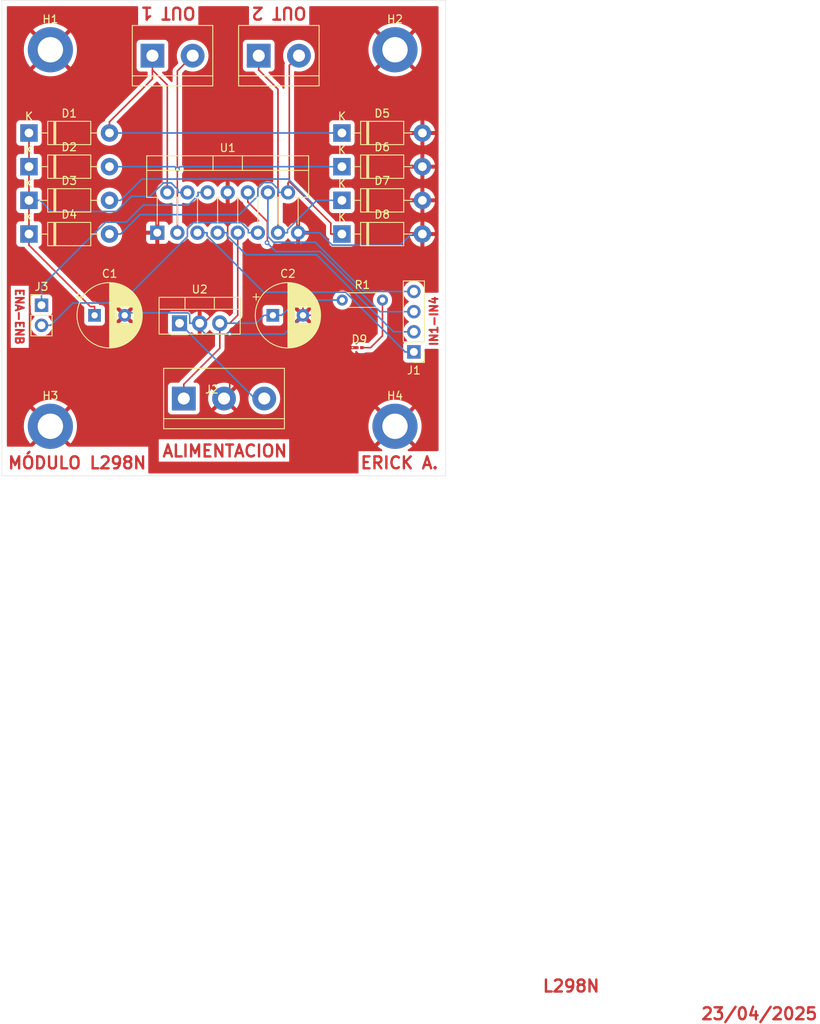
<source format=kicad_pcb>
(kicad_pcb (version 20240108) (generator "pcbnew") (generator_version "8.0")
  (layers (0 "F.Cu" signal) (31 "B.Cu" signal) (34 "B.Paste" user) (35 "F.Paste" user) (36 "B.SilkS" user "B.Silkscreen") (37 "F.SilkS" user "F.Silkscreen") (38 "B.Mask" user) (39 "F.Mask" user) (44 "Edge.Cuts" user))
  (net 0 "")
  (net 1 "OUT1")
  (net 2 "OUT2")
  (net 3 "OUT3")
  (net 4 "OUT4")
  (net 5 "Net-(D9-A)")
  (net 6 "5V")
  (net 7 "V+")
  (net 8 "GND")
  (net 9 "ENA")
  (net 10 "Net-(D1-K)")
  (net 11 "ENB")
  (net 12 "IN1")
  (net 13 "IN4")
  (net 14 "IN3")
  (net 15 "IN2")
  (footprint "TerminalBlock:TerminalBlock_bornier-2_P5.08mm" (layer "F.Cu") (at 150.8 72.25)
    (property "Reference" "J7" (hide yes))
    (property "Value" "SALIDA 2")
    (pad "1" thru_hole rect (at 0 0) (size 3 3) (drill 1.52) (layers "*.Cu" "*.Mask") (net 3 "OUT3"))
    (pad "2" thru_hole circle (at 5.08 0) (size 3 3) (drill 1.52) (layers "*.Cu" "*.Mask") (net 4 "OUT4"))
  )
  (footprint "Diode_THT:D_DO-41_SOD81_P10.16mm_Horizontal" (layer "F.Cu") (at 161.3 86.25)
    (property "Reference" "D6" (at 5.08 -2.47 0) (layer "F.SilkS"))
    (property "Value" "1N4007")
    (fp_text user "K" (at 0 -2.1 0) (layer "F.SilkS"))
    (pad "1" thru_hole rect (at 0 0) (size 2.2 2.2) (drill 1.1) (layers "*.Cu" "*.Mask") (net 2 "OUT2"))
    (pad "2" thru_hole oval (at 10.16 0) (size 2.2 2.2) (drill 1.1) (layers "*.Cu" "*.Mask") (net 8 "GND"))
  )
  (footprint "Diode_THT:D_DO-41_SOD81_P10.16mm_Horizontal" (layer "F.Cu") (at 161.3 90.5)
    (property "Reference" "D7" (at 5.08 -2.47 0) (layer "F.SilkS"))
    (property "Value" "1N4007")
    (fp_text user "K" (at 0 -2.1 0) (layer "F.SilkS"))
    (pad "1" thru_hole rect (at 0 0) (size 2.2 2.2) (drill 1.1) (layers "*.Cu" "*.Mask") (net 3 "OUT3"))
    (pad "2" thru_hole oval (at 10.16 0) (size 2.2 2.2) (drill 1.1) (layers "*.Cu" "*.Mask") (net 8 "GND"))
  )
  (footprint "Diode_THT:D_DO-41_SOD81_P10.16mm_Horizontal" (layer "F.Cu") (at 121.8 86.25)
    (property "Reference" "D2" (at 5.08 -2.47 0) (layer "F.SilkS"))
    (property "Value" "1N4007")
    (fp_text user "K" (at 0 -2.1 0) (layer "F.SilkS"))
    (pad "1" thru_hole rect (at 0 0) (size 2.2 2.2) (drill 1.1) (layers "*.Cu" "*.Mask") (net 10 "Net-(D1-K)"))
    (pad "2" thru_hole oval (at 10.16 0) (size 2.2 2.2) (drill 1.1) (layers "*.Cu" "*.Mask") (net 2 "OUT2"))
  )
  (footprint "Diode_THT:D_DO-41_SOD81_P10.16mm_Horizontal" (layer "F.Cu") (at 121.8 94.75)
    (property "Reference" "D4" (at 5.08 -2.47 0) (layer "F.SilkS"))
    (property "Value" "1N4007")
    (fp_text user "K" (at 0 -2.1 0) (layer "F.SilkS"))
    (pad "1" thru_hole rect (at 0 0) (size 2.2 2.2) (drill 1.1) (layers "*.Cu" "*.Mask") (net 10 "Net-(D1-K)"))
    (pad "2" thru_hole oval (at 10.16 0) (size 2.2 2.2) (drill 1.1) (layers "*.Cu" "*.Mask") (net 4 "OUT4"))
  )
  (footprint "LED_SMD:LED_0201_0603Metric" (layer "F.Cu") (at 163.5 109.08)
    (property "Reference" "D9" (at 0 -1.05 0) (layer "F.SilkS"))
    (property "Value" "LED")
    (pad "1" smd roundrect (at -0.32 0) (size 0.46 0.4) (layers "F.Cu" "F.Mask") (net 8 "GND"))
    (pad "2" smd roundrect (at 0.32 0) (size 0.46 0.4) (layers "F.Cu" "F.Mask") (net 5 "Net-(D9-A)"))
  )
  (footprint "TerminalBlock:TerminalBlock_bornier-3_P5.08mm" (layer "F.Cu") (at 141.34 115.5)
    (property "Reference" "J2" (at 3.547349 -1.15 0) (layer "F.SilkS"))
    (property "Value" "Screw_Terminal_01x03" (hide yes))
    (pad "1" thru_hole rect (at 0 0) (size 3 3) (drill 1.52) (layers "*.Cu" "*.Mask") (net 6 "5V"))
    (pad "2" thru_hole circle (at 5.08 0) (size 3 3) (drill 1.52) (layers "*.Cu" "*.Mask") (net 8 "GND"))
    (pad "3" thru_hole circle (at 10.16 0) (size 3 3) (drill 1.52) (layers "*.Cu" "*.Mask") (net 7 "V+"))
  )
  (footprint "Diode_THT:D_DO-41_SOD81_P10.16mm_Horizontal" (layer "F.Cu") (at 161.3 82)
    (property "Reference" "D5" (at 5.08 -2.47 0) (layer "F.SilkS"))
    (property "Value" "1N4007")
    (fp_text user "K" (at 0 -2.1 0) (layer "F.SilkS"))
    (pad "1" thru_hole rect (at 0 0) (size 2.2 2.2) (drill 1.1) (layers "*.Cu" "*.Mask") (net 1 "OUT1"))
    (pad "2" thru_hole oval (at 10.16 0) (size 2.2 2.2) (drill 1.1) (layers "*.Cu" "*.Mask") (net 8 "GND"))
  )
  (footprint "Package_TO_SOT_THT:TO-220-3_Vertical" (layer "F.Cu") (at 140.8027 106)
    (property "Reference" "U2" (at 2.54 -4.27 0) (layer "F.SilkS"))
    (property "Value" "LM78M05_TO220")
    (pad "1" thru_hole rect (at 0 0) (size 1.905 2) (drill 1.1) (layers "*.Cu" "*.Mask") (net 7 "V+"))
    (pad "2" thru_hole oval (at 2.54 0) (size 1.905 2) (drill 1.1) (layers "*.Cu" "*.Mask") (net 8 "GND"))
    (pad "3" thru_hole oval (at 5.08 0) (size 1.905 2) (drill 1.1) (layers "*.Cu" "*.Mask") (net 6 "5V"))
  )
  (footprint "Connector_PinHeader_2.54mm:PinHeader_1x02_P2.54mm_Vertical" (layer "F.Cu") (at 123.38 103.725)
    (property "Reference" "J3" (at 0 -2.33 0) (layer "F.SilkS"))
    (property "Value" "Conn_01x02_Pin")
    (pad "1" thru_hole rect (at 0 0) (size 1.7 1.7) (drill 1) (layers "*.Cu" "*.Mask") (net 9 "ENA"))
    (pad "2" thru_hole oval (at 0 2.54) (size 1.7 1.7) (drill 1) (layers "*.Cu" "*.Mask") (net 11 "ENB"))
  )
  (footprint "Resistor_THT:R_Axial_DIN0204_L3.6mm_D1.6mm_P5.08mm_Horizontal" (layer "F.Cu") (at 161.34 103.08)
    (property "Reference" "R1" (at 2.54 -1.92 0) (layer "F.SilkS"))
    (property "Value" "1K")
    (pad "1" thru_hole circle (at 0 0) (size 1.4 1.4) (drill 0.7) (layers "*.Cu" "*.Mask") (net 6 "5V"))
    (pad "2" thru_hole oval (at 5.08 0) (size 1.4 1.4) (drill 0.7) (layers "*.Cu" "*.Mask") (net 5 "Net-(D9-A)"))
  )
  (footprint "TerminalBlock:TerminalBlock_bornier-2_P5.08mm" (layer "F.Cu") (at 137.38 72.25)
    (property "Reference" "J6" (hide yes))
    (property "Value" "SALIDA 1")
    (pad "1" thru_hole rect (at 0 0) (size 3 3) (drill 1.52) (layers "*.Cu" "*.Mask") (net 1 "OUT1"))
    (pad "2" thru_hole circle (at 5.08 0) (size 3 3) (drill 1.52) (layers "*.Cu" "*.Mask") (net 2 "OUT2"))
  )
  (footprint "Package_TO_SOT_THT:TO-220-15_P2.54x2.54mm_StaggerOdd_Lead4.58mm_Vertical" (layer "F.Cu") (at 137.99 94.58)
    (property "Reference" "U1" (at 8.89 -10.7 0) (layer "F.SilkS"))
    (property "Value" "L298N")
    (pad "1" thru_hole rect (at 0 0) (size 1.8 1.8) (drill 1) (layers "*.Cu" "*.Mask") (net 8 "GND"))
    (pad "2" thru_hole oval (at 1.27 -5.08) (size 1.8 1.8) (drill 1) (layers "*.Cu" "*.Mask") (net 1 "OUT1"))
    (pad "3" thru_hole oval (at 2.54 0) (size 1.8 1.8) (drill 1) (layers "*.Cu" "*.Mask") (net 2 "OUT2"))
    (pad "4" thru_hole oval (at 3.81 -5.08) (size 1.8 1.8) (drill 1) (layers "*.Cu" "*.Mask") (net 10 "Net-(D1-K)"))
    (pad "5" thru_hole oval (at 5.08 0) (size 1.8 1.8) (drill 1) (layers "*.Cu" "*.Mask") (net 12 "IN1"))
    (pad "6" thru_hole oval (at 6.35 -5.08) (size 1.8 1.8) (drill 1) (layers "*.Cu" "*.Mask") (net 9 "ENA"))
    (pad "7" thru_hole oval (at 7.62 0) (size 1.8 1.8) (drill 1) (layers "*.Cu" "*.Mask") (net 15 "IN2"))
    (pad "8" thru_hole oval (at 8.89 -5.08) (size 1.8 1.8) (drill 1) (layers "*.Cu" "*.Mask") (net 8 "GND"))
    (pad "9" thru_hole oval (at 10.16 0) (size 1.8 1.8) (drill 1) (layers "*.Cu" "*.Mask") (net 6 "5V"))
    (pad "10" thru_hole oval (at 11.43 -5.08) (size 1.8 1.8) (drill 1) (layers "*.Cu" "*.Mask") (net 14 "IN3"))
    (pad "11" thru_hole oval (at 12.7 0) (size 1.8 1.8) (drill 1) (layers "*.Cu" "*.Mask") (net 11 "ENB"))
    (pad "12" thru_hole oval (at 13.97 -5.08) (size 1.8 1.8) (drill 1) (layers "*.Cu" "*.Mask") (net 13 "IN4"))
    (pad "13" thru_hole oval (at 15.24 0) (size 1.8 1.8) (drill 1) (layers "*.Cu" "*.Mask") (net 3 "OUT3"))
    (pad "14" thru_hole oval (at 16.51 -5.08) (size 1.8 1.8) (drill 1) (layers "*.Cu" "*.Mask") (net 4 "OUT4"))
    (pad "15" thru_hole oval (at 17.78 0) (size 1.8 1.8) (drill 1) (layers "*.Cu" "*.Mask") (net 8 "GND"))
  )
  (footprint "Diode_THT:D_DO-41_SOD81_P10.16mm_Horizontal" (layer "F.Cu") (at 161.3 94.75)
    (property "Reference" "D8" (at 5.08 -2.47 0) (layer "F.SilkS"))
    (property "Value" "1N4007")
    (fp_text user "K" (at 0 -2.1 0) (layer "F.SilkS"))
    (pad "1" thru_hole rect (at 0 0) (size 2.2 2.2) (drill 1.1) (layers "*.Cu" "*.Mask") (net 4 "OUT4"))
    (pad "2" thru_hole oval (at 10.16 0) (size 2.2 2.2) (drill 1.1) (layers "*.Cu" "*.Mask") (net 8 "GND"))
  )
  (footprint "MountingHole:MountingHole_3.2mm_M3_ISO7380_Pad" (layer "F.Cu") (at 124.5 71.5)
    (property "Reference" "H1" (at 0 -3.85 0) (layer "F.SilkS"))
    (property "Value" "MountingHole_3.2mm_M3_ISO7380_Pad" (hide yes))
    (pad "1" thru_hole circle (at 0 0) (size 5.7 5.7) (drill 3.2) (layers "*.Cu" "*.Mask") (net 8 "GND"))
  )
  (footprint "MountingHole:MountingHole_3.2mm_M3_ISO7380_Pad" (layer "F.Cu") (at 168 71.5)
    (property "Reference" "H2" (at 0 -3.85 0) (layer "F.SilkS"))
    (property "Value" "MountingHole_3.2mm_M3_ISO7380_Pad" (hide yes))
    (pad "1" thru_hole circle (at 0 0) (size 5.7 5.7) (drill 3.2) (layers "*.Cu" "*.Mask") (net 8 "GND"))
  )
  (footprint "Connector_PinHeader_2.54mm:PinHeader_1x04_P2.54mm_Vertical" (layer "F.Cu") (at 170.38 109.62 180)
    (property "Reference" "J1" (at 0 -2.33 0) (layer "F.SilkS"))
    (property "Value" "Conn_01x04_Pin")
    (pad "1" thru_hole rect (at 0 0 180) (size 1.7 1.7) (drill 1) (layers "*.Cu" "*.Mask") (net 12 "IN1"))
    (pad "2" thru_hole oval (at 0 2.54 180) (size 1.7 1.7) (drill 1) (layers "*.Cu" "*.Mask") (net 15 "IN2"))
    (pad "3" thru_hole oval (at 0 5.08 180) (size 1.7 1.7) (drill 1) (layers "*.Cu" "*.Mask") (net 14 "IN3"))
    (pad "4" thru_hole oval (at 0 7.62 180) (size 1.7 1.7) (drill 1) (layers "*.Cu" "*.Mask") (net 13 "IN4"))
  )
  (footprint "Capacitor_THT:CP_Radial_D8.0mm_P3.80mm" (layer "F.Cu") (at 130.08 105)
    (property "Reference" "C1" (at 1.9 -5.25 0) (layer "F.SilkS"))
    (property "Value" "220UF")
    (pad "1" thru_hole rect (at 0 0) (size 1.6 1.6) (drill 0.8) (layers "*.Cu" "*.Mask") (net 10 "Net-(D1-K)"))
    (pad "2" thru_hole circle (at 3.8 0) (size 1.6 1.6) (drill 0.8) (layers "*.Cu" "*.Mask") (net 8 "GND"))
  )
  (footprint "MountingHole:MountingHole_3.2mm_M3_ISO7380_Pad" (layer "F.Cu") (at 124.5 119)
    (property "Reference" "H3" (at 0 -3.85 0) (layer "F.SilkS"))
    (property "Value" "MountingHole_3.2mm_M3_ISO7380_Pad" (hide yes))
    (pad "1" thru_hole circle (at 0 0) (size 5.7 5.7) (drill 3.2) (layers "*.Cu" "*.Mask") (net 8 "GND"))
  )
  (footprint "Diode_THT:D_DO-41_SOD81_P10.16mm_Horizontal" (layer "F.Cu") (at 121.8 82)
    (property "Reference" "D1" (at 5.08 -2.47 0) (layer "F.SilkS"))
    (property "Value" "1N4007")
    (fp_text user "K" (at 0 -2.1 0) (layer "F.SilkS"))
    (pad "1" thru_hole rect (at 0 0) (size 2.2 2.2) (drill 1.1) (layers "*.Cu" "*.Mask") (net 10 "Net-(D1-K)"))
    (pad "2" thru_hole oval (at 10.16 0) (size 2.2 2.2) (drill 1.1) (layers "*.Cu" "*.Mask") (net 1 "OUT1"))
  )
  (footprint "Capacitor_THT:CP_Radial_D8.0mm_P3.80mm" (layer "F.Cu") (at 152.5827 105)
    (property "Reference" "C2" (at 1.9 -5.25 0) (layer "F.SilkS"))
    (property "Value" "220UF")
    (pad "1" thru_hole rect (at 0 0) (size 1.6 1.6) (drill 0.8) (layers "*.Cu" "*.Mask") (net 6 "5V"))
    (pad "2" thru_hole circle (at 3.8 0) (size 1.6 1.6) (drill 0.8) (layers "*.Cu" "*.Mask") (net 8 "GND"))
  )
  (footprint "Diode_THT:D_DO-41_SOD81_P10.16mm_Horizontal" (layer "F.Cu") (at 121.8 90.5)
    (property "Reference" "D3" (at 5.08 -2.47 0) (layer "F.SilkS"))
    (property "Value" "1N4007")
    (fp_text user "K" (at 0 -2.1 0) (layer "F.SilkS"))
    (pad "1" thru_hole rect (at 0 0) (size 2.2 2.2) (drill 1.1) (layers "*.Cu" "*.Mask") (net 10 "Net-(D1-K)"))
    (pad "2" thru_hole oval (at 10.16 0) (size 2.2 2.2) (drill 1.1) (layers "*.Cu" "*.Mask") (net 3 "OUT3"))
  )
  (footprint "MountingHole:MountingHole_3.2mm_M3_ISO7380_Pad" (layer "F.Cu") (at 168 119)
    (property "Reference" "H4" (at 0 -3.85 0) (layer "F.SilkS"))
    (property "Value" "MountingHole_3.2mm_M3_ISO7380_Pad" (hide yes))
    (pad "1" thru_hole circle (at 0 0) (size 5.7 5.7) (drill 3.2) (layers "*.Cu" "*.Mask") (net 8 "GND"))
  )
  (gr_rect (start 118.38 65.25) (end 174.38 125.25) (stroke (width 0.05)) (fill none) (layer "Edge.Cuts"))
  (gr_text "MÓDULO L298N" (at 119 124.5 0) (layer "F.Cu") (effects (font (size 1.5 1.5) (thickness 0.3) (bold yes)) (justify left bottom)))
  (gr_text "ENA-ENB" (at 120 101.5 -90) (layer "F.Cu") (effects (font (size 1 1) (thickness 0.25) (bold yes)) (justify left bottom)))
  (gr_text "23/04/2025\n" (at 206.5 194 0) (layer "F.Cu") (effects (font (size 1.5 1.5) (thickness 0.3) (bold yes)) (justify left bottom)))
  (gr_text "IN1-IN4\n" (at 173.5 109 90) (layer "F.Cu") (effects (font (size 1 1) (thickness 0.25) (bold yes)) (justify left bottom)))
  (gr_text "ALIMENTACION" (at 138.5 123 0) (layer "F.Cu") (effects (font (size 1.5 1.5) (thickness 0.3) (bold yes)) (justify left bottom)))
  (gr_text "L298N" (at 186.5 190.5 0) (layer "F.Cu") (effects (font (size 1.5 1.5) (thickness 0.3) (bold yes)) (justify left bottom)))
  (gr_text "OUT 1\n" (at 143 66 180) (layer "F.Cu") (effects (font (size 1.5 1.5) (thickness 0.3) (bold yes)) (justify left bottom)))
  (gr_text "OUT 2" (at 157 66 180) (layer "F.Cu") (effects (font (size 1.5 1.5) (thickness 0.3) (bold yes)) (justify left bottom)))
  (gr_text "ERICK A." (at 163.5 124.5 0) (layer "F.Cu") (effects (font (size 1.5 1.5) (thickness 0.3) (bold yes)) (justify left bottom)))
  (segment (start 131.96 80.5983) (end 137.38 75.1783) (width 0.2) (layer "F.Cu") (net 1))
  (segment (start 139.26 75.9317) (end 139.26 89.5) (width 0.2) (layer "F.Cu") (net 1))
  (segment (start 137.38 74.0517) (end 139.26 75.9317) (width 0.2) (layer "F.Cu") (net 1))
  (segment (start 131.96 82) (end 131.96 80.5983) (width 0.2) (layer "F.Cu") (net 1))
  (segment (start 137.38 75.1783) (end 137.38 74.0517) (width 0.2) (layer "F.Cu") (net 1))
  (segment (start 137.38 72.25) (end 137.38 74.0517) (width 0.2) (layer "F.Cu") (net 1))
  (segment (start 131.96 82) (end 161.3 82) (width 0.2) (layer "B.Cu") (net 1))
  (segment (start 140.53 86.5771) (end 140.53 94.58) (width 0.2) (layer "F.Cu") (net 2))
  (segment (start 142.46 72.25) (end 140.53 74.18) (width 0.2) (layer "F.Cu") (net 2))
  (segment (start 140.53 74.18) (end 140.53 86.5771) (width 0.2) (layer "F.Cu") (net 2))
  (via (at 140.53 86.5771) (size 0.6) (drill 0.3) (layers "F.Cu" "B.Cu") (net 2))
  (segment (start 161.3 86.25) (end 140.8571 86.25) (width 0.2) (layer "B.Cu") (net 2))
  (segment (start 140.53 86.5771) (end 140.2029 86.25) (width 0.2) (layer "B.Cu") (net 2))
  (segment (start 140.8571 86.25) (end 140.53 86.5771) (width 0.2) (layer "B.Cu") (net 2))
  (segment (start 140.2029 86.25) (end 131.96 86.25) (width 0.2) (layer "B.Cu") (net 2))
  (segment (start 153.23 76.4817) (end 150.8 74.0517) (width 0.2) (layer "F.Cu") (net 3))
  (segment (start 153.23 94.58) (end 153.23 76.4817) (width 0.2) (layer "F.Cu") (net 3))
  (segment (start 150.8 72.25) (end 150.8 74.0517) (width 0.2) (layer "F.Cu") (net 3))
  (segment (start 158.1382 90.5) (end 157.6749 90.9633) (width 0.2) (layer "B.Cu") (net 3))
  (segment (start 157.6749 90.9633) (end 154.4317 94.2065) (width 0.2) (layer "B.Cu") (net 3))
  (segment (start 136.0491 87.8126) (end 133.3617 90.5) (width 0.2) (layer "B.Cu") (net 3))
  (segment (start 154.5242 87.8126) (end 136.0491 87.8126) (width 0.2) (layer "B.Cu") (net 3))
  (segment (start 131.96 90.5) (end 133.3617 90.5) (width 0.2) (layer "B.Cu") (net 3))
  (segment (start 154.4317 94.2065) (end 154.4317 94.58) (width 0.2) (layer "B.Cu") (net 3))
  (segment (start 153.23 94.58) (end 154.4317 94.58) (width 0.2) (layer "B.Cu") (net 3))
  (segment (start 157.6749 90.9633) (end 154.5242 87.8126) (width 0.2) (layer "B.Cu") (net 3))
  (segment (start 161.3 90.5) (end 158.1382 90.5) (width 0.2) (layer "B.Cu") (net 3))
  (segment (start 154.6592 88.1392) (end 154.6592 73.4708) (width 0.2) (layer "F.Cu") (net 4))
  (segment (start 154.6592 73.4708) (end 155.88 72.25) (width 0.2) (layer "F.Cu") (net 4))
  (segment (start 159.8983 94.75) (end 159.8983 93.3783) (width 0.2) (layer "F.Cu") (net 4))
  (segment (start 154.6591 88.1392) (end 154.6592 88.1392) (width 0.2) (layer "F.Cu") (net 4))
  (segment (start 161.3 94.75) (end 159.8983 94.75) (width 0.2) (layer "F.Cu") (net 4))
  (segment (start 154.5 89.5) (end 154.5 88.2983) (width 0.2) (layer "F.Cu") (net 4))
  (segment (start 154.5 88.2983) (end 154.6591 88.1392) (width 0.2) (layer "F.Cu") (net 4))
  (segment (start 159.8983 93.3783) (end 154.6592 88.1392) (width 0.2) (layer "F.Cu") (net 4))
  (segment (start 131.96 94.75) (end 133.3617 94.75) (width 0.2) (layer "B.Cu") (net 4))
  (segment (start 135.8098 92.3019) (end 133.3617 94.75) (width 0.2) (layer "B.Cu") (net 4))
  (segment (start 152.4325 88.2587) (end 151.4092 88.2587) (width 0.2) (layer "B.Cu") (net 4))
  (segment (start 150.69 88.9779) (end 150.69 89.9467) (width 0.2) (layer "B.Cu") (net 4))
  (segment (start 154.5 89.5) (end 153.2983 89.5) (width 0.2) (layer "B.Cu") (net 4))
  (segment (start 150.69 89.9467) (end 148.3348 92.3019) (width 0.2) (layer "B.Cu") (net 4))
  (segment (start 148.3348 92.3019) (end 135.8098 92.3019) (width 0.2) (layer "B.Cu") (net 4))
  (segment (start 153.2983 89.1245) (end 152.4325 88.2587) (width 0.2) (layer "B.Cu") (net 4))
  (segment (start 153.2983 89.5) (end 153.2983 89.1245) (width 0.2) (layer "B.Cu") (net 4))
  (segment (start 151.4092 88.2587) (end 150.69 88.9779) (width 0.2) (layer "B.Cu") (net 4))
  (segment (start 166.42 107.58) (end 166.42 103.08) (width 0.2) (layer "F.Cu") (net 5))
  (segment (start 164.92 109.08) (end 166.42 107.58) (width 0.2) (layer "F.Cu") (net 5))
  (segment (start 163.82 109.08) (end 164.92 109.08) (width 0.2) (layer "F.Cu") (net 5))
  (segment (start 145.8827 109.1556) (end 141.34 113.6983) (width 0.2) (layer "F.Cu") (net 6))
  (segment (start 145.8827 106) (end 145.8827 109.1556) (width 0.2) (layer "F.Cu") (net 6))
  (segment (start 148.15 94.58) (end 148.15 104.9869) (width 0.2) (layer "F.Cu") (net 6))
  (segment (start 145.8827 106) (end 147.1369 106) (width 0.2) (layer "F.Cu") (net 6))
  (segment (start 141.34 115.5) (end 141.34 113.6983) (width 0.2) (layer "F.Cu") (net 6))
  (segment (start 148.15 104.9869) (end 147.1369 106) (width 0.2) (layer "F.Cu") (net 6))
  (segment (start 152.5827 105) (end 151.481 105) (width 0.2) (layer "B.Cu") (net 6))
  (segment (start 161.34 103.08) (end 155.6044 103.08) (width 0.2) (layer "B.Cu") (net 6))
  (segment (start 155.6044 103.08) (end 153.6844 105) (width 0.2) (layer "B.Cu") (net 6))
  (segment (start 145.8827 106) (end 150.481 106) (width 0.2) (layer "B.Cu") (net 6))
  (segment (start 152.5827 105) (end 153.6844 105) (width 0.2) (layer "B.Cu") (net 6))
  (segment (start 150.481 106) (end 151.481 105) (width 0.2) (layer "B.Cu") (net 6))
  (segment (start 150.3027 115.5) (end 140.8027 106) (width 0.2) (layer "B.Cu") (net 7))
  (segment (start 151.5 115.5) (end 150.3027 115.5) (width 0.2) (layer "B.Cu") (net 7))
  (segment (start 156.3827 105) (end 156.3827 96.3944) (width 0.2) (layer "F.Cu") (net 8))
  (segment (start 146.88 102.9648) (end 143.8448 106) (width 0.2) (layer "F.Cu") (net 8))
  (segment (start 147.1379 114.7821) (end 146.42 115.5) (width 0.2) (layer "F.Cu") (net 8))
  (segment (start 171.46 90.5) (end 171.46 86.25) (width 0.2) (layer "F.Cu") (net 8))
  (segment (start 171.46 94.75) (end 171.46 90.5) (width 0.2) (layer "F.Cu") (net 8))
  (segment (start 156.3827 96.3944) (end 155.77 95.7817) (width 0.2) (layer "F.Cu") (net 8))
  (segment (start 147.1379 107.3656) (end 147.1379 114.7821) (width 0.2) (layer "F.Cu") (net 8))
  (segment (start 160 109) (end 160 105) (width 0.2) (layer "F.Cu") (net 8))
  (segment (start 143.3427 106) (end 143.8448 106) (width 0.2) (layer "F.Cu") (net 8))
  (segment (start 155.77 94.58) (end 155.77 95.7817) (width 0.2) (layer "F.Cu") (net 8))
  (segment (start 146.88 89.5) (end 146.88 102.9648) (width 0.2) (layer "F.Cu") (net 8))
  (segment (start 137.99 100.89) (end 133.88 105) (width 0.2) (layer "F.Cu") (net 8))
  (segment (start 171.46 82) (end 171.46 86.25) (width 0.2) (layer "F.Cu") (net 8))
  (segment (start 160.08 109.08) (end 160 109) (width 0.2) (layer "F.Cu") (net 8))
  (segment (start 163.18 109.08) (end 160.08 109.08) (width 0.2) (layer "F.Cu") (net 8))
  (segment (start 137.99 94.58) (end 137.99 100.89) (width 0.2) (layer "F.Cu") (net 8))
  (segment (start 156.3827 105) (end 160 105) (width 0.2) (layer "F.Cu") (net 8))
  (via (at 147.1379 107.3656) (size 0.6) (drill 0.3) (layers "F.Cu" "B.Cu") (net 8))
  (segment (start 154.0171 107.3656) (end 147.1379 107.3656) (width 0.2) (layer "B.Cu") (net 8))
  (segment (start 143.3427 106) (end 142.7156 106) (width 0.2) (layer "B.Cu") (net 8))
  (segment (start 142.0885 104.9026) (end 142.0885 106) (width 0.2) (layer "B.Cu") (net 8))
  (segment (start 155.77 94.58) (end 158.5033 94.58) (width 0.2) (layer "B.Cu") (net 8))
  (segment (start 142.7156 106) (end 144.0812 107.3656) (width 0.2) (layer "B.Cu") (net 8))
  (segment (start 158.5033 94.58) (end 160.075 96.1517) (width 0.2) (layer "B.Cu") (net 8))
  (segment (start 142.7156 106) (end 142.0885 106) (width 0.2) (layer "B.Cu") (net 8))
  (segment (start 171.46 94.75) (end 170.0583 94.75) (width 0.2) (layer "B.Cu") (net 8))
  (segment (start 144.0812 107.3656) (end 147.1379 107.3656) (width 0.2) (layer "B.Cu") (net 8))
  (segment (start 156.3827 105) (end 154.0171 107.3656) (width 0.2) (layer "B.Cu") (net 8))
  (segment (start 168.6566 96.1517) (end 170.0583 94.75) (width 0.2) (layer "B.Cu") (net 8))
  (segment (start 133.88 105) (end 134.1894 104.6906) (width 0.2) (layer "B.Cu") (net 8))
  (segment (start 160.075 96.1517) (end 168.6566 96.1517) (width 0.2) (layer "B.Cu") (net 8))
  (segment (start 141.8765 104.6906) (end 142.0885 104.9026) (width 0.2) (layer "B.Cu") (net 8))
  (segment (start 134.1894 104.6906) (end 141.8765 104.6906) (width 0.2) (layer "B.Cu") (net 8))
  (segment (start 141.9119 91.1019) (end 136.2252 91.1019) (width 0.2) (layer "B.Cu") (net 9))
  (segment (start 134.0711 93.256) (end 131.4652 93.256) (width 0.2) (layer "B.Cu") (net 9))
  (segment (start 143.1383 89.8755) (end 141.9119 91.1019) (width 0.2) (layer "B.Cu") (net 9))
  (segment (start 143.1383 89.5) (end 143.1383 89.8755) (width 0.2) (layer "B.Cu") (net 9))
  (segment (start 136.2252 91.1019) (end 134.0711 93.256) (width 0.2) (layer "B.Cu") (net 9))
  (segment (start 144.34 89.5) (end 143.1383 89.5) (width 0.2) (layer "B.Cu") (net 9))
  (segment (start 123.38 101.3412) (end 123.38 103.725) (width 0.2) (layer "B.Cu") (net 9))
  (segment (start 131.4652 93.256) (end 123.38 101.3412) (width 0.2) (layer "B.Cu") (net 9))
  (segment (start 129.5466 103.8983) (end 121.8 96.1517) (width 0.2) (layer "F.Cu") (net 10))
  (segment (start 121.8 82) (end 121.8 86.25) (width 0.2) (layer "F.Cu") (net 10))
  (segment (start 121.8 94.75) (end 121.8 90.5) (width 0.2) (layer "F.Cu") (net 10))
  (segment (start 121.8 86.25) (end 121.8 90.5) (width 0.2) (layer "F.Cu") (net 10))
  (segment (start 130.08 103.8983) (end 129.5466 103.8983) (width 0.2) (layer "F.Cu") (net 10))
  (segment (start 121.8 94.75) (end 121.8 96.1517) (width 0.2) (layer "F.Cu") (net 10))
  (segment (start 130.08 105) (end 130.08 103.8983) (width 0.2) (layer "F.Cu") (net 10))
  (segment (start 139.7578 88.2983) (end 138.7622 88.2983) (width 0.2) (layer "B.Cu") (net 10))
  (segment (start 134.7301 89.998) (end 132.8264 91.9017) (width 0.2) (layer "B.Cu") (net 10))
  (segment (start 137.0626 89.998) (end 134.7301 89.998) (width 0.2) (layer "B.Cu") (net 10))
  (segment (start 124.6034 91.9017) (end 123.2017 90.5) (width 0.2) (layer "B.Cu") (net 10))
  (segment (start 121.8 90.5) (end 123.2017 90.5) (width 0.2) (layer "B.Cu") (net 10))
  (segment (start 138.7622 88.2983) (end 137.0626 89.9979) (width 0.2) (layer "B.Cu") (net 10))
  (segment (start 140.5983 89.5) (end 140.5983 89.1388) (width 0.2) (layer "B.Cu") (net 10))
  (segment (start 141.8 89.5) (end 140.5983 89.5) (width 0.2) (layer "B.Cu") (net 10))
  (segment (start 137.0626 89.9979) (end 137.0626 89.998) (width 0.2) (layer "B.Cu") (net 10))
  (segment (start 132.8264 91.9017) (end 124.6034 91.9017) (width 0.2) (layer "B.Cu") (net 10))
  (segment (start 140.5983 89.1388) (end 139.7578 88.2983) (width 0.2) (layer "B.Cu") (net 10))
  (segment (start 141.8 95.0693) (end 133.4193 103.45) (width 0.2) (layer "B.Cu") (net 11))
  (segment (start 142.557 93.3132) (end 141.8 94.0702) (width 0.2) (layer "B.Cu") (net 11))
  (segment (start 149.4883 94.2045) (end 148.597 93.3132) (width 0.2) (layer "B.Cu") (net 11))
  (segment (start 149.4883 94.58) (end 149.4883 94.2045) (width 0.2) (layer "B.Cu") (net 11))
  (segment (start 133.4193 103.45) (end 127.3467 103.45) (width 0.2) (layer "B.Cu") (net 11))
  (segment (start 123.38 106.265) (end 124.5317 106.265) (width 0.2) (layer "B.Cu") (net 11))
  (segment (start 127.3467 103.45) (end 124.5317 106.265) (width 0.2) (layer "B.Cu") (net 11))
  (segment (start 150.69 94.58) (end 149.4883 94.58) (width 0.2) (layer "B.Cu") (net 11))
  (segment (start 141.8 94.0702) (end 141.8 95.0693) (width 0.2) (layer "B.Cu") (net 11))
  (segment (start 148.597 93.3132) (end 142.557 93.3132) (width 0.2) (layer "B.Cu") (net 11))
  (segment (start 144.2717 94.9555) (end 151.3945 102.0783) (width 0.2) (layer "B.Cu") (net 12))
  (segment (start 161.755 102.0783) (end 169.2283 109.5516) (width 0.2) (layer "B.Cu") (net 12))
  (segment (start 170.38 109.62) (end 169.2283 109.62) (width 0.2) (layer "B.Cu") (net 12))
  (segment (start 143.07 94.58) (end 144.2717 94.58) (width 0.2) (layer "B.Cu") (net 12))
  (segment (start 169.2283 109.5516) (end 169.2283 109.62) (width 0.2) (layer "B.Cu") (net 12))
  (segment (start 144.2717 94.58) (end 144.2717 94.9555) (width 0.2) (layer "B.Cu") (net 12))
  (segment (start 151.3945 102.0783) (end 161.755 102.0783) (width 0.2) (layer "B.Cu") (net 12))
  (segment (start 152.6726 95.7817) (end 151.96 95.0691) (width 0.2) (layer "B.Cu") (net 13))
  (segment (start 151.96 95.0691) (end 151.96 89.5) (width 0.2) (layer "B.Cu") (net 13))
  (segment (start 170.38 102) (end 164.1448 102) (width 0.2) (layer "B.Cu") (net 13))
  (segment (start 164.1448 102) (end 157.9265 95.7817) (width 0.2) (layer "B.Cu") (net 13))
  (segment (start 157.9265 95.7817) (end 152.6726 95.7817) (width 0.2) (layer "B.Cu") (net 13))
  (segment (start 151.8917 93.1734) (end 151.8917 95.7933) (width 0.2) (layer "F.Cu") (net 14))
  (segment (start 149.42 89.5) (end 149.42 90.7017) (width 0.2) (layer "F.Cu") (net 14))
  (segment (start 149.42 90.7017) (end 151.8917 93.1734) (width 0.2) (layer "F.Cu") (net 14))
  (segment (start 151.8917 95.7933) (end 151.8443 95.8407) (width 0.2) (layer "F.Cu") (net 14))
  (via (at 151.8443 95.8407) (size 0.6) (drill 0.3) (layers "F.Cu" "B.Cu") (net 14))
  (segment (start 158.5362 96.9595) (end 166.1167 104.54) (width 0.2) (layer "B.Cu") (net 14))
  (segment (start 152.9631 96.9595) (end 158.5362 96.9595) (width 0.2) (layer "B.Cu") (net 14))
  (segment (start 166.1167 104.54) (end 170.38 104.54) (width 0.2) (layer "B.Cu") (net 14))
  (segment (start 151.8443 95.8407) (end 152.9631 96.9595) (width 0.2) (layer "B.Cu") (net 14))
  (segment (start 167.8194 107.08) (end 170.38 107.08) (width 0.2) (layer "B.Cu") (net 15))
  (segment (start 146.8117 94.58) (end 146.8117 94.9535) (width 0.2) (layer "B.Cu") (net 15))
  (segment (start 146.8117 94.9535) (end 149.2194 97.3612) (width 0.2) (layer "B.Cu") (net 15))
  (segment (start 145.61 94.58) (end 146.8117 94.58) (width 0.2) (layer "B.Cu") (net 15))
  (segment (start 149.2194 97.3612) (end 158.1006 97.3612) (width 0.2) (layer "B.Cu") (net 15))
  (segment (start 158.1006 97.3612) (end 167.8194 107.08) (width 0.2) (layer "B.Cu") (net 15))
  (zone (net 8) (net_name "GND") (layer "F.Cu") (connect_pads (clearance 0.5)) (min_thickness 0.25) (fill yes (thermal_gap 0.5) (thermal_bridge_width 0.5))
    (polygon (pts (xy 119 66) (xy 173.5 66) (xy 173.5 125) (xy 119 125)))
  )
)
</source>
